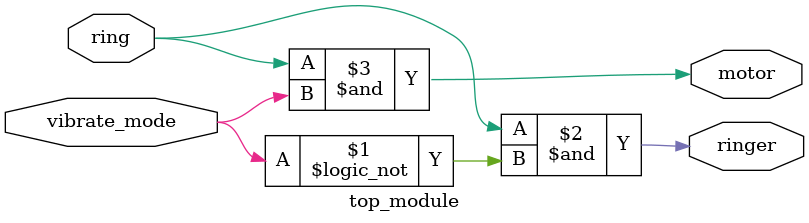
<source format=sv>
module top_module(
    input wire ring, 
    input wire vibrate_mode,
    output wire ringer,
    output wire motor
);

    assign ringer = ring & !vibrate_mode;
    assign motor = ring & vibrate_mode;

endmodule

</source>
